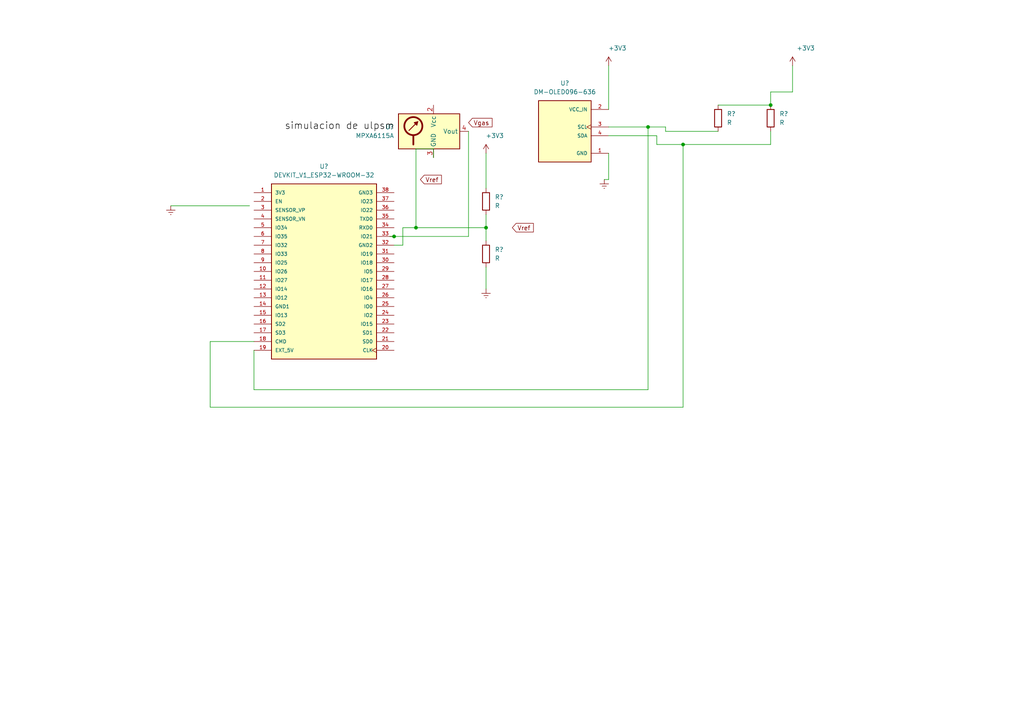
<source format=kicad_sch>
(kicad_sch (version 20211123) (generator eeschema)
  (paper "A4")
  (lib_symbols
    (symbol "DEVKIT_V1_ESP32-WROOM-32:DEVKIT_V1_ESP32-WROOM-32" (pin_names (offset 1.016))
      (property "Reference" "U" (at -15.2572 26.0643 0))
      (property "Value" "DEVKIT_V1_ESP32-WROOM-32" (at -15.2563 -27.9698 0))
      (symbol "DEVKIT_V1_ESP32-WROOM-32_0_0"
        (rectangle (start -15.24 -25.4) (end 15.24 25.4) (stroke (width 0.254)) (fill (type background)))
        (pin power_in line (at -20.32 22.86 0) (length 5.08) (name "3V3") (number "1"))
        (pin bidirectional line (at -20.32 0 0) (length 5.08) (name "IO26") (number "10"))
        (pin bidirectional line (at -20.32 -2.54 0) (length 5.08) (name "IO27") (number "11"))
        (pin bidirectional line (at -20.32 -5.08 0) (length 5.08) (name "IO14") (number "12"))
        (pin bidirectional line (at -20.32 -7.62 0) (length 5.08) (name "IO12") (number "13"))
        (pin power_in line (at -20.32 -10.16 0) (length 5.08) (name "GND1") (number "14"))
        (pin bidirectional line (at -20.32 -12.7 0) (length 5.08) (name "IO13") (number "15"))
        (pin bidirectional line (at -20.32 -15.24 0) (length 5.08) (name "SD2") (number "16"))
        (pin bidirectional line (at -20.32 -17.78 0) (length 5.08) (name "SD3") (number "17"))
        (pin bidirectional line (at -20.32 -20.32 0) (length 5.08) (name "CMD") (number "18"))
        (pin power_in line (at -20.32 -22.86 0) (length 5.08) (name "EXT_5V") (number "19"))
        (pin input line (at -20.32 20.32 0) (length 5.08) (name "EN") (number "2"))
        (pin input clock (at 20.32 -22.86 180) (length 5.08) (name "CLK") (number "20"))
        (pin bidirectional line (at 20.32 -20.32 180) (length 5.08) (name "SD0") (number "21"))
        (pin bidirectional line (at 20.32 -17.78 180) (length 5.08) (name "SD1") (number "22"))
        (pin bidirectional line (at 20.32 -15.24 180) (length 5.08) (name "IO15") (number "23"))
        (pin bidirectional line (at 20.32 -12.7 180) (length 5.08) (name "IO2") (number "24"))
        (pin bidirectional line (at 20.32 -10.16 180) (length 5.08) (name "IO0") (number "25"))
        (pin bidirectional line (at 20.32 -7.62 180) (length 5.08) (name "IO4") (number "26"))
        (pin bidirectional line (at 20.32 -5.08 180) (length 5.08) (name "IO16") (number "27"))
        (pin bidirectional line (at 20.32 -2.54 180) (length 5.08) (name "IO17") (number "28"))
        (pin bidirectional line (at 20.32 0 180) (length 5.08) (name "IO5") (number "29"))
        (pin input line (at -20.32 17.78 0) (length 5.08) (name "SENSOR_VP") (number "3"))
        (pin bidirectional line (at 20.32 2.54 180) (length 5.08) (name "IO18") (number "30"))
        (pin bidirectional line (at 20.32 5.08 180) (length 5.08) (name "IO19") (number "31"))
        (pin power_in line (at 20.32 7.62 180) (length 5.08) (name "GND2") (number "32"))
        (pin bidirectional line (at 20.32 10.16 180) (length 5.08) (name "IO21") (number "33"))
        (pin input line (at 20.32 12.7 180) (length 5.08) (name "RXD0") (number "34"))
        (pin output line (at 20.32 15.24 180) (length 5.08) (name "TXD0") (number "35"))
        (pin bidirectional line (at 20.32 17.78 180) (length 5.08) (name "IO22") (number "36"))
        (pin bidirectional line (at 20.32 20.32 180) (length 5.08) (name "IO23") (number "37"))
        (pin power_in line (at 20.32 22.86 180) (length 5.08) (name "GND3") (number "38"))
        (pin input line (at -20.32 15.24 0) (length 5.08) (name "SENSOR_VN") (number "4"))
        (pin bidirectional line (at -20.32 12.7 0) (length 5.08) (name "IO34") (number "5"))
        (pin bidirectional line (at -20.32 10.16 0) (length 5.08) (name "IO35") (number "6"))
        (pin bidirectional line (at -20.32 7.62 0) (length 5.08) (name "IO32") (number "7"))
        (pin bidirectional line (at -20.32 5.08 0) (length 5.08) (name "IO33") (number "8"))
        (pin bidirectional line (at -20.32 2.54 0) (length 5.08) (name "IO25") (number "9"))
      )
    )
    (symbol "DM-OLED096-636:DM-OLED096-636" (pin_names (offset 1.016))
      (property "Reference" "U" (at -7.62 10.922 0))
      (property "Value" "DM-OLED096-636" (at -7.62 -10.16 0))
      (symbol "DM-OLED096-636_0_0"
        (rectangle (start -7.62 -7.62) (end 7.62 10.16) (stroke (width 0.254)) (fill (type background)))
        (pin power_in line (at 12.7 -5.08 180) (length 5.08) (name "GND") (number "1"))
        (pin power_in line (at 12.7 7.62 180) (length 5.08) (name "VCC_IN") (number "2"))
        (pin input clock (at 12.7 2.54 180) (length 5.08) (name "SCL") (number "3"))
        (pin bidirectional line (at 12.7 0 180) (length 5.08) (name "SDA") (number "4"))
      )
    )
    (symbol "Device:R" (pin_numbers hide) (pin_names (offset 0))
      (property "Reference" "R" (at 2.032 0 90))
      (property "Value" "R" (at 0 0 90))
      (symbol "R_0_1"
        (rectangle (start -1.016 -2.54) (end 1.016 2.54) (stroke (width 0.254)))
      )
      (symbol "R_1_1"
        (pin passive line (at 0 3.81 270) (length 1.27) (name "~") (number "1"))
        (pin passive line (at 0 -3.81 90) (length 1.27) (name "~") (number "2"))
      )
    )
    (symbol "Sensor_Pressure:MPXA6115A"
      (property "Reference" "U" (at -10.16 6.35 0))
      (property "Value" "MPXA6115A" (at 1.27 6.35 0))
      (symbol "MPXA6115A_0_1"
        (circle (center -5.842 1.524) (radius 2.6162) (stroke (width 0.508)))
        (polyline (pts (xy -7.112 0.254) (xy -4.572 2.794)) (stroke (width 0.254)))
        (polyline (pts (xy -5.842 -1.27) (xy -5.842 -3.81)) (stroke (width 0.508)))
        (polyline (pts (xy -4.572 2.794) (xy -4.826 1.778) (xy -5.588 2.54) (xy -4.572 2.794)) (stroke (width 0.254)) (fill (type outline)))
        (rectangle (start 7.62 5.08) (end -10.16 -5.08) (stroke (width 0.254)) (fill (type background)))
      )
      (symbol "MPXA6115A_1_1"
        (pin no_connect line (at 5.08 -5.08 90) (length 2.54) hide (name "NC") (number "1"))
        (pin power_in line (at 0 7.62 270) (length 2.54) (name "Vcc") (number "2"))
        (pin power_in line (at 0 -7.62 90) (length 2.54) (name "GND") (number "3"))
        (pin output line (at 10.16 0 180) (length 2.54) (name "Vout") (number "4"))
        (pin no_connect line (at -7.62 -5.08 90) (length 2.54) hide (name "NC") (number "5"))
        (pin no_connect line (at -5.08 -5.08 90) (length 2.54) hide (name "NC") (number "6"))
        (pin no_connect line (at -2.54 -5.08 90) (length 2.54) hide (name "NC") (number "7"))
        (pin no_connect line (at 2.54 -5.08 90) (length 2.54) hide (name "NC") (number "8"))
      )
    )
    (symbol "power:+3.3V" (power) (pin_names (offset 0))
      (property "Value" "+3.3V" (at 0 3.556 0))
      (symbol "+3.3V_0_1"
        (polyline (pts (xy -0.762 1.27) (xy 0 2.54)))
        (polyline (pts (xy 0 0) (xy 0 2.54)))
        (polyline (pts (xy 0 2.54) (xy 0.762 1.27)))
      )
      (symbol "+3.3V_1_1"
        (pin power_in line (at 0 0 90) (length 0) hide (name "+3V3") (number "1"))
      )
    )
    (symbol "power:Earth" (power) (pin_names (offset 0))
      (symbol "Earth_0_1"
        (polyline (pts (xy -0.635 -1.905) (xy 0.635 -1.905)))
        (polyline (pts (xy -0.127 -2.54) (xy 0.127 -2.54)))
        (polyline (pts (xy 0 -1.27) (xy 0 0)))
        (polyline (pts (xy 1.27 -1.27) (xy -1.27 -1.27)))
      )
      (symbol "Earth_1_1"
        (pin power_in line (at 0 0 270) (length 0) hide (name "Earth") (number "1"))
      )
    )
  )
  (junction (at 114.3 68.58))
  (junction (at 120.65 66.04))
  (junction (at 198.12 41.91))
  (junction (at 187.96 36.83))
  (junction (at 223.52 30.48))
  (junction (at 140.97 66.04))
  (wire (pts (xy 60.96 99.06) (xy 60.96 118.11)))
  (wire (pts (xy 120.65 66.04) (xy 120.65 43.18)))
  (wire (pts (xy 113.03 68.58) (xy 114.3 68.58)))
  (wire (pts (xy 198.12 118.11) (xy 198.12 41.91)))
  (wire (pts (xy 73.66 101.6) (xy 73.66 113.03)))
  (wire (pts (xy 193.04 36.83) (xy 193.04 38.1)))
  (wire (pts (xy 116.84 71.12) (xy 114.3 71.12)))
  (wire (pts (xy 73.66 99.06) (xy 60.96 99.06)))
  (wire (pts (xy 229.87 26.67) (xy 223.52 26.67)))
  (wire (pts (xy 140.97 77.47) (xy 140.97 83.82)))
  (wire (pts (xy 125.73 43.18) (xy 125.73 45.72)))
  (wire (pts (xy 140.97 44.45) (xy 140.97 54.61)))
  (wire (pts (xy 120.65 43.18) (xy 125.73 43.18)))
  (wire (pts (xy 60.96 118.11) (xy 198.12 118.11)))
  (wire (pts (xy 120.65 66.04) (xy 116.84 66.04)))
  (wire (pts (xy 135.89 38.1) (xy 135.89 68.58)))
  (wire (pts (xy 208.28 38.1) (xy 193.04 38.1)))
  (wire (pts (xy 176.53 39.37) (xy 190.5 39.37)))
  (wire (pts (xy 49.53 59.69) (xy 72.39 59.69)))
  (wire (pts (xy 208.28 30.48) (xy 223.52 30.48)))
  (wire (pts (xy 73.66 113.03) (xy 187.96 113.03)))
  (wire (pts (xy 198.12 41.91) (xy 223.52 41.91)))
  (wire (pts (xy 223.52 26.67) (xy 223.52 30.48)))
  (wire (pts (xy 229.87 19.05) (xy 229.87 26.67)))
  (wire (pts (xy 223.52 41.91) (xy 223.52 38.1)))
  (wire (pts (xy 187.96 36.83) (xy 187.96 113.03)))
  (wire (pts (xy 140.97 66.04) (xy 120.65 66.04)))
  (wire (pts (xy 190.5 41.91) (xy 198.12 41.91)))
  (wire (pts (xy 176.53 52.07) (xy 175.26 52.07)))
  (wire (pts (xy 190.5 39.37) (xy 190.5 41.91)))
  (wire (pts (xy 176.53 44.45) (xy 176.53 52.07)))
  (wire (pts (xy 176.53 19.05) (xy 176.53 31.75)))
  (wire (pts (xy 116.84 66.04) (xy 116.84 71.12)))
  (wire (pts (xy 140.97 66.04) (xy 140.97 69.85)))
  (wire (pts (xy 140.97 62.23) (xy 140.97 66.04)))
  (wire (pts (xy 176.53 36.83) (xy 187.96 36.83)))
  (wire (pts (xy 114.3 68.58) (xy 135.89 68.58)))
  (wire (pts (xy 187.96 36.83) (xy 193.04 36.83)))
  (label "simulacion de ulpsm" (at 82.55 38.1 0) (effects (font (size 2 2))))
  (global_label "Vref" (shape input) (at 148.59 66.04 0) (property "Intersheet References" "${INTERSHEET_REFS}" (effects hide)))
  (global_label "Vref" (shape input) (at 121.92 52.07 0) (property "Intersheet References" "${INTERSHEET_REFS}" (effects hide)))
  (global_label "Vgas" (shape input) (at 135.89 35.56 0) (property "Intersheet References" "${INTERSHEET_REFS}" (effects hide)))
  (symbol (lib_id "Device:R") (at 208.28 34.29 0) (unit 1)
    (property "Reference" "R?" (at 210.82 33.0199 0) (effects (justify left)))
    (property "Value" "R" (at 210.82 35.5599 0) (effects (justify left)))
  )
  (symbol (lib_id "DEVKIT_V1_ESP32-WROOM-32:DEVKIT_V1_ESP32-WROOM-32") (at 93.98 78.74 0) (unit 1)
    (property "Reference" "U?" (at 93.98 48.26 0))
    (property "Value" "DEVKIT_V1_ESP32-WROOM-32" (at 93.98 50.8 0))
    (property "Footprint" "DEVKIT_V1_ESP32-WROOM-32:MODULE_DEVKIT_V1_ESP32-WROOM-32" (effects hide))
    (property "MF" "Espressif Systems" (effects hide))
    (property "Description" "\nWROOM-32 Development Board ESP32 ESP-32S WiFi Bluetooth Dev Module\n" (effects hide))
    (property "Package" "Package" (effects hide))
    (property "Price" "None" (effects hide))
    (property "Check_prices" "https://www.snapeda.com/parts/DEVKIT%20V1%20ESP32-WROOM-32/Espressif+Systems/view-part/?ref=eda" (effects hide))
    (property "STANDARD" "Manufacturer Recommendations" (effects hide))
    (property "PARTREV" "N/A" (effects hide))
    (property "SnapEDA_Link" "https://www.snapeda.com/parts/DEVKIT%20V1%20ESP32-WROOM-32/Espressif+Systems/view-part/?ref=snap" (effects hide))
    (property "MP" "DEVKIT V1 ESP32-WROOM-32" (effects hide))
    (property "Availability" "Not in stock" (effects hide))
    (property "MANUFACTURER" "Espressif Systems" (effects hide))
  )
  (symbol (lib_id "DM-OLED096-636:DM-OLED096-636") (at 163.83 39.37 0) (unit 1)
    (property "Reference" "U?" (at 163.83 24.13 0))
    (property "Value" "DM-OLED096-636" (at 163.83 26.67 0))
    (property "Footprint" "DM-OLED096-636:MODULE_DM-OLED096-636" (effects hide))
    (property "MF" "Display Module" (effects hide))
    (property "MAXIMUM_PACKAGE_HEIGHT" "11.3 mm" (effects hide))
    (property "Package" "Package" (effects hide))
    (property "Price" "None" (effects hide))
    (property "Check_prices" "https://www.snapeda.com/parts/DM-OLED096-636/Display+Module/view-part/?ref=eda" (effects hide))
    (property "STANDARD" "Manufacturer Recommendations" (effects hide))
    (property "PARTREV" "2018-09-10" (effects hide))
    (property "SnapEDA_Link" "https://www.snapeda.com/parts/DM-OLED096-636/Display+Module/view-part/?ref=snap" (effects hide))
    (property "MP" "DM-OLED096-636" (effects hide))
    (property "Description" "\n0.96” 128 X 64 MONOCHROME GRAPHIC OLED DISPLAY MODULE - I2C\n" (effects hide))
    (property "Availability" "Not in stock" (effects hide))
    (property "MANUFACTURER" "Displaymodule" (effects hide))
  )
  (symbol (lib_id "power:+3.3V") (at 229.87 19.05 0) (unit 1)
    (property "Reference" "#PWR?" (effects hide))
    (property "Value" "+3.3V" (at 233.68 13.97 0))
  )
  (symbol (lib_id "power:+3.3V") (at 140.97 44.45 0) (unit 1)
    (property "Reference" "#PWR?" (effects hide))
    (property "Value" "+3.3V" (at 143.51 39.37 0))
  )
  (symbol (lib_id "Device:R") (at 140.97 73.66 0) (unit 1)
    (property "Reference" "R?" (at 143.51 72.3899 0) (effects (justify left)))
    (property "Value" "R" (at 143.51 74.9299 0) (effects (justify left)))
  )
  (symbol (lib_id "power:Earth") (at 140.97 83.82 0) (unit 1)
    (property "Reference" "#PWR?" (effects hide))
    (property "Value" "Earth" (effects hide))
  )
  (symbol (lib_id "power:+3.3V") (at 176.53 19.05 0) (unit 1)
    (property "Reference" "#PWR?" (effects hide))
    (property "Value" "+3.3V" (at 179.07 13.97 0))
  )
  (symbol (lib_id "power:Earth") (at 175.26 52.07 0) (unit 1)
    (property "Reference" "#PWR?" (effects hide))
    (property "Value" "Earth" (effects hide))
  )
  (symbol (lib_id "Device:R") (at 223.52 34.29 0) (unit 1)
    (property "Reference" "R?" (at 226.06 33.0199 0) (effects (justify left)))
    (property "Value" "R" (at 226.06 35.5599 0) (effects (justify left)))
  )
  (symbol (lib_id "Sensor_Pressure:MPXA6115A") (at 125.73 38.1 0) (unit 1)
    (property "Reference" "U?" (at 114.3 36.8299 0) (effects (justify right)))
    (property "Value" "MPXA6115A" (at 114.3 39.3699 0) (effects (justify right)))
    (property "Datasheet" "http://www.nxp.com/files/sensors/doc/data_sheet/MPXA6115A.pdf" (effects hide))
  )
  (symbol (lib_id "power:Earth") (at 49.53 59.69 0) (unit 1)
    (property "Reference" "#PWR?" (effects hide))
    (property "Value" "Earth" (effects hide))
  )
  (symbol (lib_id "Device:R") (at 140.97 58.42 0) (unit 1)
    (property "Reference" "R?" (at 143.51 57.1499 0) (effects (justify left)))
    (property "Value" "R" (at 143.51 59.6899 0) (effects (justify left)))
  )
)
</source>
